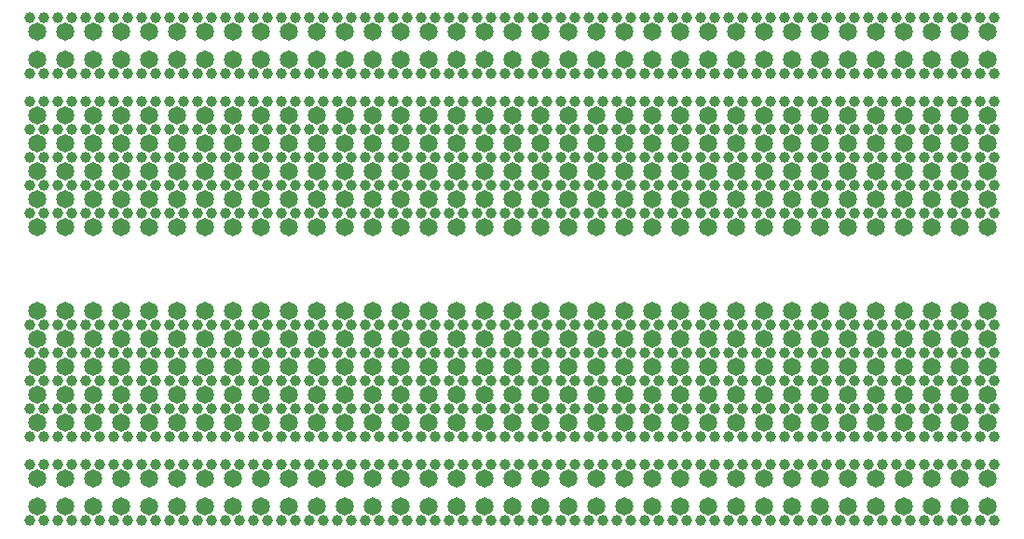
<source format=gtl>
%FSLAX34Y34*%
G04 Gerber Fmt 3.4, Leading zero omitted, Abs format*
G04 (created by PCBNEW (2014-06-03 BZR 4917)-product) date Thu 12 Jun 2014 02:46:08 AM CEST*
%MOIN*%
G01*
G70*
G90*
G04 APERTURE LIST*
%ADD10C,0.005906*%
%ADD11C,0.039370*%
%ADD12C,0.064961*%
G04 APERTURE END LIST*
G54D10*
G54D11*
X26500Y-32000D03*
X27000Y-32000D03*
X27500Y-32000D03*
X28000Y-32000D03*
X28500Y-32000D03*
X29000Y-32000D03*
X29500Y-32000D03*
X30000Y-32000D03*
G54D12*
X34750Y-38500D03*
X35750Y-38500D03*
X36750Y-38500D03*
X37750Y-38500D03*
X38750Y-38500D03*
X39750Y-38500D03*
X40750Y-38500D03*
X41750Y-38500D03*
X26750Y-38500D03*
X27750Y-38500D03*
X28750Y-38500D03*
X29750Y-38500D03*
X30750Y-38500D03*
X31750Y-38500D03*
X32750Y-38500D03*
X33750Y-38500D03*
X10750Y-40500D03*
X11750Y-40500D03*
X12750Y-40500D03*
X13750Y-40500D03*
X14750Y-40500D03*
X15750Y-40500D03*
X16750Y-40500D03*
X17750Y-40500D03*
X34750Y-31500D03*
X35750Y-31500D03*
X36750Y-31500D03*
X37750Y-31500D03*
X38750Y-31500D03*
X39750Y-31500D03*
X40750Y-31500D03*
X41750Y-31500D03*
X26750Y-30500D03*
X27750Y-30500D03*
X28750Y-30500D03*
X29750Y-30500D03*
X30750Y-30500D03*
X31750Y-30500D03*
X32750Y-30500D03*
X33750Y-30500D03*
X18750Y-30500D03*
X19750Y-30500D03*
X20750Y-30500D03*
X21750Y-30500D03*
X22750Y-30500D03*
X23750Y-30500D03*
X24750Y-30500D03*
X25750Y-30500D03*
X42750Y-32500D03*
X43750Y-32500D03*
X44750Y-32500D03*
X42750Y-31500D03*
X43750Y-31500D03*
X44750Y-31500D03*
X42750Y-30500D03*
X43750Y-30500D03*
X44750Y-30500D03*
X42750Y-29500D03*
X43750Y-29500D03*
X44750Y-29500D03*
X42750Y-27500D03*
X43750Y-27500D03*
X44750Y-27500D03*
X42750Y-26500D03*
X43750Y-26500D03*
X44750Y-26500D03*
X42750Y-33500D03*
X43750Y-33500D03*
X44750Y-33500D03*
X42750Y-40500D03*
X43750Y-40500D03*
X44750Y-40500D03*
X42750Y-39500D03*
X43750Y-39500D03*
X44750Y-39500D03*
X42750Y-38500D03*
X43750Y-38500D03*
X44750Y-38500D03*
X42750Y-37500D03*
X43750Y-37500D03*
X44750Y-37500D03*
X42750Y-36500D03*
X43750Y-36500D03*
X44750Y-36500D03*
X42750Y-43500D03*
X43750Y-43500D03*
X44750Y-43500D03*
X42750Y-42500D03*
X43750Y-42500D03*
X44750Y-42500D03*
G54D11*
X42500Y-26000D03*
X43000Y-26000D03*
X43500Y-26000D03*
X44000Y-26000D03*
X44500Y-26000D03*
X45000Y-26000D03*
X42500Y-28000D03*
X43000Y-28000D03*
X43500Y-28000D03*
X44000Y-28000D03*
X44500Y-28000D03*
X45000Y-28000D03*
X42500Y-29000D03*
X43000Y-29000D03*
X43500Y-29000D03*
X44000Y-29000D03*
X44500Y-29000D03*
X45000Y-29000D03*
X42500Y-30000D03*
X43000Y-30000D03*
X43500Y-30000D03*
X44000Y-30000D03*
X44500Y-30000D03*
X45000Y-30000D03*
X42500Y-31000D03*
X43000Y-31000D03*
X43500Y-31000D03*
X44000Y-31000D03*
X44500Y-31000D03*
X45000Y-31000D03*
X42500Y-32000D03*
X43000Y-32000D03*
X43500Y-32000D03*
X44000Y-32000D03*
X44500Y-32000D03*
X45000Y-32000D03*
X42500Y-33000D03*
X43000Y-33000D03*
X43500Y-33000D03*
X44000Y-33000D03*
X44500Y-33000D03*
X45000Y-33000D03*
X42500Y-44000D03*
X43000Y-44000D03*
X43500Y-44000D03*
X44000Y-44000D03*
X44500Y-44000D03*
X45000Y-44000D03*
X42500Y-42000D03*
X43000Y-42000D03*
X43500Y-42000D03*
X44000Y-42000D03*
X44500Y-42000D03*
X45000Y-42000D03*
X42500Y-41000D03*
X43000Y-41000D03*
X43500Y-41000D03*
X44000Y-41000D03*
X44500Y-41000D03*
X45000Y-41000D03*
X42500Y-40000D03*
X43000Y-40000D03*
X43500Y-40000D03*
X44000Y-40000D03*
X44500Y-40000D03*
X45000Y-40000D03*
X42500Y-39000D03*
X43000Y-39000D03*
X43500Y-39000D03*
X44000Y-39000D03*
X44500Y-39000D03*
X45000Y-39000D03*
X42500Y-38000D03*
X43000Y-38000D03*
X43500Y-38000D03*
X44000Y-38000D03*
X44500Y-38000D03*
X45000Y-38000D03*
X42500Y-37000D03*
X43000Y-37000D03*
X43500Y-37000D03*
X44000Y-37000D03*
X44500Y-37000D03*
X45000Y-37000D03*
X30500Y-29000D03*
X31000Y-29000D03*
X31500Y-29000D03*
X32000Y-29000D03*
X32500Y-29000D03*
X33000Y-29000D03*
X33500Y-29000D03*
X34000Y-29000D03*
G54D12*
X26750Y-33500D03*
X27750Y-33500D03*
X28750Y-33500D03*
X29750Y-33500D03*
X30750Y-33500D03*
X31750Y-33500D03*
X32750Y-33500D03*
X33750Y-33500D03*
X26750Y-29500D03*
X27750Y-29500D03*
X28750Y-29500D03*
X29750Y-29500D03*
X30750Y-29500D03*
X31750Y-29500D03*
X32750Y-29500D03*
X33750Y-29500D03*
X26750Y-31500D03*
X27750Y-31500D03*
X28750Y-31500D03*
X29750Y-31500D03*
X30750Y-31500D03*
X31750Y-31500D03*
X32750Y-31500D03*
X33750Y-31500D03*
X26750Y-32500D03*
X27750Y-32500D03*
X28750Y-32500D03*
X29750Y-32500D03*
X30750Y-32500D03*
X31750Y-32500D03*
X32750Y-32500D03*
X33750Y-32500D03*
X26750Y-36500D03*
X27750Y-36500D03*
X28750Y-36500D03*
X29750Y-36500D03*
X30750Y-36500D03*
X31750Y-36500D03*
X32750Y-36500D03*
X33750Y-36500D03*
X26750Y-40500D03*
X27750Y-40500D03*
X28750Y-40500D03*
X29750Y-40500D03*
X30750Y-40500D03*
X31750Y-40500D03*
X32750Y-40500D03*
X33750Y-40500D03*
X26750Y-39500D03*
X27750Y-39500D03*
X28750Y-39500D03*
X29750Y-39500D03*
X30750Y-39500D03*
X31750Y-39500D03*
X32750Y-39500D03*
X33750Y-39500D03*
X26750Y-37500D03*
X27750Y-37500D03*
X28750Y-37500D03*
X29750Y-37500D03*
X30750Y-37500D03*
X31750Y-37500D03*
X32750Y-37500D03*
X33750Y-37500D03*
G54D11*
X26500Y-29000D03*
X27000Y-29000D03*
X27500Y-29000D03*
X28000Y-29000D03*
X28500Y-29000D03*
X29000Y-29000D03*
X29500Y-29000D03*
X30000Y-29000D03*
X26500Y-30000D03*
X27000Y-30000D03*
X27500Y-30000D03*
X28000Y-30000D03*
X28500Y-30000D03*
X29000Y-30000D03*
X29500Y-30000D03*
X30000Y-30000D03*
X26500Y-31000D03*
X27000Y-31000D03*
X27500Y-31000D03*
X28000Y-31000D03*
X28500Y-31000D03*
X29000Y-31000D03*
X29500Y-31000D03*
X30000Y-31000D03*
X26500Y-33000D03*
X27000Y-33000D03*
X27500Y-33000D03*
X28000Y-33000D03*
X28500Y-33000D03*
X29000Y-33000D03*
X29500Y-33000D03*
X30000Y-33000D03*
X26500Y-37000D03*
X27000Y-37000D03*
X27500Y-37000D03*
X28000Y-37000D03*
X28500Y-37000D03*
X29000Y-37000D03*
X29500Y-37000D03*
X30000Y-37000D03*
X26500Y-38000D03*
X27000Y-38000D03*
X27500Y-38000D03*
X28000Y-38000D03*
X28500Y-38000D03*
X29000Y-38000D03*
X29500Y-38000D03*
X30000Y-38000D03*
X26500Y-39000D03*
X27000Y-39000D03*
X27500Y-39000D03*
X28000Y-39000D03*
X28500Y-39000D03*
X29000Y-39000D03*
X29500Y-39000D03*
X30000Y-39000D03*
X26500Y-40000D03*
X27000Y-40000D03*
X27500Y-40000D03*
X28000Y-40000D03*
X28500Y-40000D03*
X29000Y-40000D03*
X29500Y-40000D03*
X30000Y-40000D03*
X26500Y-41000D03*
X27000Y-41000D03*
X27500Y-41000D03*
X28000Y-41000D03*
X28500Y-41000D03*
X29000Y-41000D03*
X29500Y-41000D03*
X30000Y-41000D03*
X30500Y-30000D03*
X31000Y-30000D03*
X31500Y-30000D03*
X32000Y-30000D03*
X32500Y-30000D03*
X33000Y-30000D03*
X33500Y-30000D03*
X34000Y-30000D03*
X30500Y-31000D03*
X31000Y-31000D03*
X31500Y-31000D03*
X32000Y-31000D03*
X32500Y-31000D03*
X33000Y-31000D03*
X33500Y-31000D03*
X34000Y-31000D03*
X30500Y-32000D03*
X31000Y-32000D03*
X31500Y-32000D03*
X32000Y-32000D03*
X32500Y-32000D03*
X33000Y-32000D03*
X33500Y-32000D03*
X34000Y-32000D03*
X30500Y-33000D03*
X31000Y-33000D03*
X31500Y-33000D03*
X32000Y-33000D03*
X32500Y-33000D03*
X33000Y-33000D03*
X33500Y-33000D03*
X34000Y-33000D03*
X30500Y-41000D03*
X31000Y-41000D03*
X31500Y-41000D03*
X32000Y-41000D03*
X32500Y-41000D03*
X33000Y-41000D03*
X33500Y-41000D03*
X34000Y-41000D03*
X30500Y-40000D03*
X31000Y-40000D03*
X31500Y-40000D03*
X32000Y-40000D03*
X32500Y-40000D03*
X33000Y-40000D03*
X33500Y-40000D03*
X34000Y-40000D03*
X30500Y-39000D03*
X31000Y-39000D03*
X31500Y-39000D03*
X32000Y-39000D03*
X32500Y-39000D03*
X33000Y-39000D03*
X33500Y-39000D03*
X34000Y-39000D03*
X30500Y-38000D03*
X31000Y-38000D03*
X31500Y-38000D03*
X32000Y-38000D03*
X32500Y-38000D03*
X33000Y-38000D03*
X33500Y-38000D03*
X34000Y-38000D03*
X30500Y-37000D03*
X31000Y-37000D03*
X31500Y-37000D03*
X32000Y-37000D03*
X32500Y-37000D03*
X33000Y-37000D03*
X33500Y-37000D03*
X34000Y-37000D03*
X26500Y-42000D03*
X27000Y-42000D03*
X27500Y-42000D03*
X28000Y-42000D03*
X28500Y-42000D03*
X29000Y-42000D03*
X29500Y-42000D03*
X30000Y-42000D03*
X30500Y-42000D03*
X31000Y-42000D03*
X31500Y-42000D03*
X32000Y-42000D03*
X32500Y-42000D03*
X33000Y-42000D03*
X33500Y-42000D03*
X34000Y-42000D03*
G54D12*
X26750Y-42500D03*
X27750Y-42500D03*
X28750Y-42500D03*
X29750Y-42500D03*
X30750Y-42500D03*
X31750Y-42500D03*
X32750Y-42500D03*
X33750Y-42500D03*
X26750Y-43500D03*
X27750Y-43500D03*
X28750Y-43500D03*
X29750Y-43500D03*
X30750Y-43500D03*
X31750Y-43500D03*
X32750Y-43500D03*
X33750Y-43500D03*
G54D11*
X30500Y-44000D03*
X31000Y-44000D03*
X31500Y-44000D03*
X32000Y-44000D03*
X32500Y-44000D03*
X33000Y-44000D03*
X33500Y-44000D03*
X34000Y-44000D03*
X26500Y-44000D03*
X27000Y-44000D03*
X27500Y-44000D03*
X28000Y-44000D03*
X28500Y-44000D03*
X29000Y-44000D03*
X29500Y-44000D03*
X30000Y-44000D03*
X26500Y-28000D03*
X27000Y-28000D03*
X27500Y-28000D03*
X28000Y-28000D03*
X28500Y-28000D03*
X29000Y-28000D03*
X29500Y-28000D03*
X30000Y-28000D03*
X30500Y-28000D03*
X31000Y-28000D03*
X31500Y-28000D03*
X32000Y-28000D03*
X32500Y-28000D03*
X33000Y-28000D03*
X33500Y-28000D03*
X34000Y-28000D03*
G54D12*
X26750Y-27500D03*
X27750Y-27500D03*
X28750Y-27500D03*
X29750Y-27500D03*
X30750Y-27500D03*
X31750Y-27500D03*
X32750Y-27500D03*
X33750Y-27500D03*
X26750Y-26500D03*
X27750Y-26500D03*
X28750Y-26500D03*
X29750Y-26500D03*
X30750Y-26500D03*
X31750Y-26500D03*
X32750Y-26500D03*
X33750Y-26500D03*
G54D11*
X30500Y-26000D03*
X31000Y-26000D03*
X31500Y-26000D03*
X32000Y-26000D03*
X32500Y-26000D03*
X33000Y-26000D03*
X33500Y-26000D03*
X34000Y-26000D03*
X26500Y-26000D03*
X27000Y-26000D03*
X27500Y-26000D03*
X28000Y-26000D03*
X28500Y-26000D03*
X29000Y-26000D03*
X29500Y-26000D03*
X30000Y-26000D03*
X34500Y-26000D03*
X35000Y-26000D03*
X35500Y-26000D03*
X36000Y-26000D03*
X36500Y-26000D03*
X37000Y-26000D03*
X37500Y-26000D03*
X38000Y-26000D03*
X38500Y-26000D03*
X39000Y-26000D03*
X39500Y-26000D03*
X40000Y-26000D03*
X40500Y-26000D03*
X41000Y-26000D03*
X41500Y-26000D03*
X42000Y-26000D03*
G54D12*
X34750Y-26500D03*
X35750Y-26500D03*
X36750Y-26500D03*
X37750Y-26500D03*
X38750Y-26500D03*
X39750Y-26500D03*
X40750Y-26500D03*
X41750Y-26500D03*
X34750Y-27500D03*
X35750Y-27500D03*
X36750Y-27500D03*
X37750Y-27500D03*
X38750Y-27500D03*
X39750Y-27500D03*
X40750Y-27500D03*
X41750Y-27500D03*
G54D11*
X38500Y-28000D03*
X39000Y-28000D03*
X39500Y-28000D03*
X40000Y-28000D03*
X40500Y-28000D03*
X41000Y-28000D03*
X41500Y-28000D03*
X42000Y-28000D03*
X34500Y-28000D03*
X35000Y-28000D03*
X35500Y-28000D03*
X36000Y-28000D03*
X36500Y-28000D03*
X37000Y-28000D03*
X37500Y-28000D03*
X38000Y-28000D03*
X34500Y-44000D03*
X35000Y-44000D03*
X35500Y-44000D03*
X36000Y-44000D03*
X36500Y-44000D03*
X37000Y-44000D03*
X37500Y-44000D03*
X38000Y-44000D03*
X38500Y-44000D03*
X39000Y-44000D03*
X39500Y-44000D03*
X40000Y-44000D03*
X40500Y-44000D03*
X41000Y-44000D03*
X41500Y-44000D03*
X42000Y-44000D03*
G54D12*
X34750Y-43500D03*
X35750Y-43500D03*
X36750Y-43500D03*
X37750Y-43500D03*
X38750Y-43500D03*
X39750Y-43500D03*
X40750Y-43500D03*
X41750Y-43500D03*
X34750Y-42500D03*
X35750Y-42500D03*
X36750Y-42500D03*
X37750Y-42500D03*
X38750Y-42500D03*
X39750Y-42500D03*
X40750Y-42500D03*
X41750Y-42500D03*
G54D11*
X38500Y-42000D03*
X39000Y-42000D03*
X39500Y-42000D03*
X40000Y-42000D03*
X40500Y-42000D03*
X41000Y-42000D03*
X41500Y-42000D03*
X42000Y-42000D03*
X34500Y-42000D03*
X35000Y-42000D03*
X35500Y-42000D03*
X36000Y-42000D03*
X36500Y-42000D03*
X37000Y-42000D03*
X37500Y-42000D03*
X38000Y-42000D03*
X38500Y-37000D03*
X39000Y-37000D03*
X39500Y-37000D03*
X40000Y-37000D03*
X40500Y-37000D03*
X41000Y-37000D03*
X41500Y-37000D03*
X42000Y-37000D03*
X38500Y-38000D03*
X39000Y-38000D03*
X39500Y-38000D03*
X40000Y-38000D03*
X40500Y-38000D03*
X41000Y-38000D03*
X41500Y-38000D03*
X42000Y-38000D03*
X38500Y-39000D03*
X39000Y-39000D03*
X39500Y-39000D03*
X40000Y-39000D03*
X40500Y-39000D03*
X41000Y-39000D03*
X41500Y-39000D03*
X42000Y-39000D03*
X38500Y-40000D03*
X39000Y-40000D03*
X39500Y-40000D03*
X40000Y-40000D03*
X40500Y-40000D03*
X41000Y-40000D03*
X41500Y-40000D03*
X42000Y-40000D03*
X38500Y-41000D03*
X39000Y-41000D03*
X39500Y-41000D03*
X40000Y-41000D03*
X40500Y-41000D03*
X41000Y-41000D03*
X41500Y-41000D03*
X42000Y-41000D03*
X38500Y-33000D03*
X39000Y-33000D03*
X39500Y-33000D03*
X40000Y-33000D03*
X40500Y-33000D03*
X41000Y-33000D03*
X41500Y-33000D03*
X42000Y-33000D03*
X38500Y-32000D03*
X39000Y-32000D03*
X39500Y-32000D03*
X40000Y-32000D03*
X40500Y-32000D03*
X41000Y-32000D03*
X41500Y-32000D03*
X42000Y-32000D03*
X38500Y-31000D03*
X39000Y-31000D03*
X39500Y-31000D03*
X40000Y-31000D03*
X40500Y-31000D03*
X41000Y-31000D03*
X41500Y-31000D03*
X42000Y-31000D03*
X38500Y-30000D03*
X39000Y-30000D03*
X39500Y-30000D03*
X40000Y-30000D03*
X40500Y-30000D03*
X41000Y-30000D03*
X41500Y-30000D03*
X42000Y-30000D03*
X34500Y-41000D03*
X35000Y-41000D03*
X35500Y-41000D03*
X36000Y-41000D03*
X36500Y-41000D03*
X37000Y-41000D03*
X37500Y-41000D03*
X38000Y-41000D03*
X34500Y-40000D03*
X35000Y-40000D03*
X35500Y-40000D03*
X36000Y-40000D03*
X36500Y-40000D03*
X37000Y-40000D03*
X37500Y-40000D03*
X38000Y-40000D03*
X34500Y-39000D03*
X35000Y-39000D03*
X35500Y-39000D03*
X36000Y-39000D03*
X36500Y-39000D03*
X37000Y-39000D03*
X37500Y-39000D03*
X38000Y-39000D03*
X34500Y-38000D03*
X35000Y-38000D03*
X35500Y-38000D03*
X36000Y-38000D03*
X36500Y-38000D03*
X37000Y-38000D03*
X37500Y-38000D03*
X38000Y-38000D03*
X34500Y-37000D03*
X35000Y-37000D03*
X35500Y-37000D03*
X36000Y-37000D03*
X36500Y-37000D03*
X37000Y-37000D03*
X37500Y-37000D03*
X38000Y-37000D03*
X34500Y-33000D03*
X35000Y-33000D03*
X35500Y-33000D03*
X36000Y-33000D03*
X36500Y-33000D03*
X37000Y-33000D03*
X37500Y-33000D03*
X38000Y-33000D03*
X34500Y-32000D03*
X35000Y-32000D03*
X35500Y-32000D03*
X36000Y-32000D03*
X36500Y-32000D03*
X37000Y-32000D03*
X37500Y-32000D03*
X38000Y-32000D03*
X34500Y-31000D03*
X35000Y-31000D03*
X35500Y-31000D03*
X36000Y-31000D03*
X36500Y-31000D03*
X37000Y-31000D03*
X37500Y-31000D03*
X38000Y-31000D03*
X34500Y-30000D03*
X35000Y-30000D03*
X35500Y-30000D03*
X36000Y-30000D03*
X36500Y-30000D03*
X37000Y-30000D03*
X37500Y-30000D03*
X38000Y-30000D03*
X34500Y-29000D03*
X35000Y-29000D03*
X35500Y-29000D03*
X36000Y-29000D03*
X36500Y-29000D03*
X37000Y-29000D03*
X37500Y-29000D03*
X38000Y-29000D03*
G54D12*
X34750Y-37500D03*
X35750Y-37500D03*
X36750Y-37500D03*
X37750Y-37500D03*
X38750Y-37500D03*
X39750Y-37500D03*
X40750Y-37500D03*
X41750Y-37500D03*
X34750Y-39500D03*
X35750Y-39500D03*
X36750Y-39500D03*
X37750Y-39500D03*
X38750Y-39500D03*
X39750Y-39500D03*
X40750Y-39500D03*
X41750Y-39500D03*
X34750Y-40500D03*
X35750Y-40500D03*
X36750Y-40500D03*
X37750Y-40500D03*
X38750Y-40500D03*
X39750Y-40500D03*
X40750Y-40500D03*
X41750Y-40500D03*
X34750Y-36500D03*
X35750Y-36500D03*
X36750Y-36500D03*
X37750Y-36500D03*
X38750Y-36500D03*
X39750Y-36500D03*
X40750Y-36500D03*
X41750Y-36500D03*
X34750Y-32500D03*
X35750Y-32500D03*
X36750Y-32500D03*
X37750Y-32500D03*
X38750Y-32500D03*
X39750Y-32500D03*
X40750Y-32500D03*
X41750Y-32500D03*
X34750Y-30500D03*
X35750Y-30500D03*
X36750Y-30500D03*
X37750Y-30500D03*
X38750Y-30500D03*
X39750Y-30500D03*
X40750Y-30500D03*
X41750Y-30500D03*
X34750Y-29500D03*
X35750Y-29500D03*
X36750Y-29500D03*
X37750Y-29500D03*
X38750Y-29500D03*
X39750Y-29500D03*
X40750Y-29500D03*
X41750Y-29500D03*
X34750Y-33500D03*
X35750Y-33500D03*
X36750Y-33500D03*
X37750Y-33500D03*
X38750Y-33500D03*
X39750Y-33500D03*
X40750Y-33500D03*
X41750Y-33500D03*
G54D11*
X38500Y-29000D03*
X39000Y-29000D03*
X39500Y-29000D03*
X40000Y-29000D03*
X40500Y-29000D03*
X41000Y-29000D03*
X41500Y-29000D03*
X42000Y-29000D03*
X22500Y-29000D03*
X23000Y-29000D03*
X23500Y-29000D03*
X24000Y-29000D03*
X24500Y-29000D03*
X25000Y-29000D03*
X25500Y-29000D03*
X26000Y-29000D03*
G54D12*
X18750Y-33500D03*
X19750Y-33500D03*
X20750Y-33500D03*
X21750Y-33500D03*
X22750Y-33500D03*
X23750Y-33500D03*
X24750Y-33500D03*
X25750Y-33500D03*
X18750Y-29500D03*
X19750Y-29500D03*
X20750Y-29500D03*
X21750Y-29500D03*
X22750Y-29500D03*
X23750Y-29500D03*
X24750Y-29500D03*
X25750Y-29500D03*
X18750Y-31500D03*
X19750Y-31500D03*
X20750Y-31500D03*
X21750Y-31500D03*
X22750Y-31500D03*
X23750Y-31500D03*
X24750Y-31500D03*
X25750Y-31500D03*
X18750Y-32500D03*
X19750Y-32500D03*
X20750Y-32500D03*
X21750Y-32500D03*
X22750Y-32500D03*
X23750Y-32500D03*
X24750Y-32500D03*
X25750Y-32500D03*
X18750Y-36500D03*
X19750Y-36500D03*
X20750Y-36500D03*
X21750Y-36500D03*
X22750Y-36500D03*
X23750Y-36500D03*
X24750Y-36500D03*
X25750Y-36500D03*
X18750Y-40500D03*
X19750Y-40500D03*
X20750Y-40500D03*
X21750Y-40500D03*
X22750Y-40500D03*
X23750Y-40500D03*
X24750Y-40500D03*
X25750Y-40500D03*
X18750Y-39500D03*
X19750Y-39500D03*
X20750Y-39500D03*
X21750Y-39500D03*
X22750Y-39500D03*
X23750Y-39500D03*
X24750Y-39500D03*
X25750Y-39500D03*
X18750Y-38500D03*
X19750Y-38500D03*
X20750Y-38500D03*
X21750Y-38500D03*
X22750Y-38500D03*
X23750Y-38500D03*
X24750Y-38500D03*
X25750Y-38500D03*
X18750Y-37500D03*
X19750Y-37500D03*
X20750Y-37500D03*
X21750Y-37500D03*
X22750Y-37500D03*
X23750Y-37500D03*
X24750Y-37500D03*
X25750Y-37500D03*
G54D11*
X18500Y-29000D03*
X19000Y-29000D03*
X19500Y-29000D03*
X20000Y-29000D03*
X20500Y-29000D03*
X21000Y-29000D03*
X21500Y-29000D03*
X22000Y-29000D03*
X18500Y-30000D03*
X19000Y-30000D03*
X19500Y-30000D03*
X20000Y-30000D03*
X20500Y-30000D03*
X21000Y-30000D03*
X21500Y-30000D03*
X22000Y-30000D03*
X18500Y-31000D03*
X19000Y-31000D03*
X19500Y-31000D03*
X20000Y-31000D03*
X20500Y-31000D03*
X21000Y-31000D03*
X21500Y-31000D03*
X22000Y-31000D03*
X18500Y-32000D03*
X19000Y-32000D03*
X19500Y-32000D03*
X20000Y-32000D03*
X20500Y-32000D03*
X21000Y-32000D03*
X21500Y-32000D03*
X22000Y-32000D03*
X18500Y-33000D03*
X19000Y-33000D03*
X19500Y-33000D03*
X20000Y-33000D03*
X20500Y-33000D03*
X21000Y-33000D03*
X21500Y-33000D03*
X22000Y-33000D03*
X18500Y-37000D03*
X19000Y-37000D03*
X19500Y-37000D03*
X20000Y-37000D03*
X20500Y-37000D03*
X21000Y-37000D03*
X21500Y-37000D03*
X22000Y-37000D03*
X18500Y-38000D03*
X19000Y-38000D03*
X19500Y-38000D03*
X20000Y-38000D03*
X20500Y-38000D03*
X21000Y-38000D03*
X21500Y-38000D03*
X22000Y-38000D03*
X18500Y-39000D03*
X19000Y-39000D03*
X19500Y-39000D03*
X20000Y-39000D03*
X20500Y-39000D03*
X21000Y-39000D03*
X21500Y-39000D03*
X22000Y-39000D03*
X18500Y-40000D03*
X19000Y-40000D03*
X19500Y-40000D03*
X20000Y-40000D03*
X20500Y-40000D03*
X21000Y-40000D03*
X21500Y-40000D03*
X22000Y-40000D03*
X18500Y-41000D03*
X19000Y-41000D03*
X19500Y-41000D03*
X20000Y-41000D03*
X20500Y-41000D03*
X21000Y-41000D03*
X21500Y-41000D03*
X22000Y-41000D03*
X22500Y-30000D03*
X23000Y-30000D03*
X23500Y-30000D03*
X24000Y-30000D03*
X24500Y-30000D03*
X25000Y-30000D03*
X25500Y-30000D03*
X26000Y-30000D03*
X22500Y-31000D03*
X23000Y-31000D03*
X23500Y-31000D03*
X24000Y-31000D03*
X24500Y-31000D03*
X25000Y-31000D03*
X25500Y-31000D03*
X26000Y-31000D03*
X22500Y-32000D03*
X23000Y-32000D03*
X23500Y-32000D03*
X24000Y-32000D03*
X24500Y-32000D03*
X25000Y-32000D03*
X25500Y-32000D03*
X26000Y-32000D03*
X22500Y-33000D03*
X23000Y-33000D03*
X23500Y-33000D03*
X24000Y-33000D03*
X24500Y-33000D03*
X25000Y-33000D03*
X25500Y-33000D03*
X26000Y-33000D03*
X22500Y-41000D03*
X23000Y-41000D03*
X23500Y-41000D03*
X24000Y-41000D03*
X24500Y-41000D03*
X25000Y-41000D03*
X25500Y-41000D03*
X26000Y-41000D03*
X22500Y-40000D03*
X23000Y-40000D03*
X23500Y-40000D03*
X24000Y-40000D03*
X24500Y-40000D03*
X25000Y-40000D03*
X25500Y-40000D03*
X26000Y-40000D03*
X22500Y-39000D03*
X23000Y-39000D03*
X23500Y-39000D03*
X24000Y-39000D03*
X24500Y-39000D03*
X25000Y-39000D03*
X25500Y-39000D03*
X26000Y-39000D03*
X22500Y-38000D03*
X23000Y-38000D03*
X23500Y-38000D03*
X24000Y-38000D03*
X24500Y-38000D03*
X25000Y-38000D03*
X25500Y-38000D03*
X26000Y-38000D03*
X22500Y-37000D03*
X23000Y-37000D03*
X23500Y-37000D03*
X24000Y-37000D03*
X24500Y-37000D03*
X25000Y-37000D03*
X25500Y-37000D03*
X26000Y-37000D03*
X18500Y-42000D03*
X19000Y-42000D03*
X19500Y-42000D03*
X20000Y-42000D03*
X20500Y-42000D03*
X21000Y-42000D03*
X21500Y-42000D03*
X22000Y-42000D03*
X22500Y-42000D03*
X23000Y-42000D03*
X23500Y-42000D03*
X24000Y-42000D03*
X24500Y-42000D03*
X25000Y-42000D03*
X25500Y-42000D03*
X26000Y-42000D03*
G54D12*
X18750Y-42500D03*
X19750Y-42500D03*
X20750Y-42500D03*
X21750Y-42500D03*
X22750Y-42500D03*
X23750Y-42500D03*
X24750Y-42500D03*
X25750Y-42500D03*
X18750Y-43500D03*
X19750Y-43500D03*
X20750Y-43500D03*
X21750Y-43500D03*
X22750Y-43500D03*
X23750Y-43500D03*
X24750Y-43500D03*
X25750Y-43500D03*
G54D11*
X22500Y-44000D03*
X23000Y-44000D03*
X23500Y-44000D03*
X24000Y-44000D03*
X24500Y-44000D03*
X25000Y-44000D03*
X25500Y-44000D03*
X26000Y-44000D03*
X18500Y-44000D03*
X19000Y-44000D03*
X19500Y-44000D03*
X20000Y-44000D03*
X20500Y-44000D03*
X21000Y-44000D03*
X21500Y-44000D03*
X22000Y-44000D03*
X18500Y-28000D03*
X19000Y-28000D03*
X19500Y-28000D03*
X20000Y-28000D03*
X20500Y-28000D03*
X21000Y-28000D03*
X21500Y-28000D03*
X22000Y-28000D03*
X22500Y-28000D03*
X23000Y-28000D03*
X23500Y-28000D03*
X24000Y-28000D03*
X24500Y-28000D03*
X25000Y-28000D03*
X25500Y-28000D03*
X26000Y-28000D03*
G54D12*
X18750Y-27500D03*
X19750Y-27500D03*
X20750Y-27500D03*
X21750Y-27500D03*
X22750Y-27500D03*
X23750Y-27500D03*
X24750Y-27500D03*
X25750Y-27500D03*
X18750Y-26500D03*
X19750Y-26500D03*
X20750Y-26500D03*
X21750Y-26500D03*
X22750Y-26500D03*
X23750Y-26500D03*
X24750Y-26500D03*
X25750Y-26500D03*
G54D11*
X22500Y-26000D03*
X23000Y-26000D03*
X23500Y-26000D03*
X24000Y-26000D03*
X24500Y-26000D03*
X25000Y-26000D03*
X25500Y-26000D03*
X26000Y-26000D03*
X18500Y-26000D03*
X19000Y-26000D03*
X19500Y-26000D03*
X20000Y-26000D03*
X20500Y-26000D03*
X21000Y-26000D03*
X21500Y-26000D03*
X22000Y-26000D03*
X10500Y-26000D03*
X11000Y-26000D03*
X11500Y-26000D03*
X12000Y-26000D03*
X12500Y-26000D03*
X13000Y-26000D03*
X13500Y-26000D03*
X14000Y-26000D03*
X14500Y-26000D03*
X15000Y-26000D03*
X15500Y-26000D03*
X16000Y-26000D03*
X16500Y-26000D03*
X17000Y-26000D03*
X17500Y-26000D03*
X18000Y-26000D03*
G54D12*
X10750Y-26500D03*
X11750Y-26500D03*
X12750Y-26500D03*
X13750Y-26500D03*
X14750Y-26500D03*
X15750Y-26500D03*
X16750Y-26500D03*
X17750Y-26500D03*
X10750Y-27500D03*
X11750Y-27500D03*
X12750Y-27500D03*
X13750Y-27500D03*
X14750Y-27500D03*
X15750Y-27500D03*
X16750Y-27500D03*
X17750Y-27500D03*
G54D11*
X14500Y-28000D03*
X15000Y-28000D03*
X15500Y-28000D03*
X16000Y-28000D03*
X16500Y-28000D03*
X17000Y-28000D03*
X17500Y-28000D03*
X18000Y-28000D03*
X10500Y-28000D03*
X11000Y-28000D03*
X11500Y-28000D03*
X12000Y-28000D03*
X12500Y-28000D03*
X13000Y-28000D03*
X13500Y-28000D03*
X14000Y-28000D03*
X10500Y-44000D03*
X11000Y-44000D03*
X11500Y-44000D03*
X12000Y-44000D03*
X12500Y-44000D03*
X13000Y-44000D03*
X13500Y-44000D03*
X14000Y-44000D03*
X14500Y-44000D03*
X15000Y-44000D03*
X15500Y-44000D03*
X16000Y-44000D03*
X16500Y-44000D03*
X17000Y-44000D03*
X17500Y-44000D03*
X18000Y-44000D03*
G54D12*
X10750Y-43500D03*
X11750Y-43500D03*
X12750Y-43500D03*
X13750Y-43500D03*
X14750Y-43500D03*
X15750Y-43500D03*
X16750Y-43500D03*
X17750Y-43500D03*
X10750Y-42500D03*
X11750Y-42500D03*
X12750Y-42500D03*
X13750Y-42500D03*
X14750Y-42500D03*
X15750Y-42500D03*
X16750Y-42500D03*
X17750Y-42500D03*
G54D11*
X14500Y-42000D03*
X15000Y-42000D03*
X15500Y-42000D03*
X16000Y-42000D03*
X16500Y-42000D03*
X17000Y-42000D03*
X17500Y-42000D03*
X18000Y-42000D03*
X10500Y-42000D03*
X11000Y-42000D03*
X11500Y-42000D03*
X12000Y-42000D03*
X12500Y-42000D03*
X13000Y-42000D03*
X13500Y-42000D03*
X14000Y-42000D03*
X14500Y-37000D03*
X15000Y-37000D03*
X15500Y-37000D03*
X16000Y-37000D03*
X16500Y-37000D03*
X17000Y-37000D03*
X17500Y-37000D03*
X18000Y-37000D03*
X14500Y-38000D03*
X15000Y-38000D03*
X15500Y-38000D03*
X16000Y-38000D03*
X16500Y-38000D03*
X17000Y-38000D03*
X17500Y-38000D03*
X18000Y-38000D03*
X14500Y-39000D03*
X15000Y-39000D03*
X15500Y-39000D03*
X16000Y-39000D03*
X16500Y-39000D03*
X17000Y-39000D03*
X17500Y-39000D03*
X18000Y-39000D03*
X14500Y-40000D03*
X15000Y-40000D03*
X15500Y-40000D03*
X16000Y-40000D03*
X16500Y-40000D03*
X17000Y-40000D03*
X17500Y-40000D03*
X18000Y-40000D03*
X14500Y-41000D03*
X15000Y-41000D03*
X15500Y-41000D03*
X16000Y-41000D03*
X16500Y-41000D03*
X17000Y-41000D03*
X17500Y-41000D03*
X18000Y-41000D03*
X14500Y-33000D03*
X15000Y-33000D03*
X15500Y-33000D03*
X16000Y-33000D03*
X16500Y-33000D03*
X17000Y-33000D03*
X17500Y-33000D03*
X18000Y-33000D03*
X14500Y-32000D03*
X15000Y-32000D03*
X15500Y-32000D03*
X16000Y-32000D03*
X16500Y-32000D03*
X17000Y-32000D03*
X17500Y-32000D03*
X18000Y-32000D03*
X14500Y-31000D03*
X15000Y-31000D03*
X15500Y-31000D03*
X16000Y-31000D03*
X16500Y-31000D03*
X17000Y-31000D03*
X17500Y-31000D03*
X18000Y-31000D03*
X14500Y-30000D03*
X15000Y-30000D03*
X15500Y-30000D03*
X16000Y-30000D03*
X16500Y-30000D03*
X17000Y-30000D03*
X17500Y-30000D03*
X18000Y-30000D03*
X10500Y-41000D03*
X11000Y-41000D03*
X11500Y-41000D03*
X12000Y-41000D03*
X12500Y-41000D03*
X13000Y-41000D03*
X13500Y-41000D03*
X14000Y-41000D03*
X10500Y-40000D03*
X11000Y-40000D03*
X11500Y-40000D03*
X12000Y-40000D03*
X12500Y-40000D03*
X13000Y-40000D03*
X13500Y-40000D03*
X14000Y-40000D03*
X10500Y-39000D03*
X11000Y-39000D03*
X11500Y-39000D03*
X12000Y-39000D03*
X12500Y-39000D03*
X13000Y-39000D03*
X13500Y-39000D03*
X14000Y-39000D03*
X10500Y-38000D03*
X11000Y-38000D03*
X11500Y-38000D03*
X12000Y-38000D03*
X12500Y-38000D03*
X13000Y-38000D03*
X13500Y-38000D03*
X14000Y-38000D03*
X10500Y-37000D03*
X11000Y-37000D03*
X11500Y-37000D03*
X12000Y-37000D03*
X12500Y-37000D03*
X13000Y-37000D03*
X13500Y-37000D03*
X14000Y-37000D03*
X10500Y-33000D03*
X11000Y-33000D03*
X11500Y-33000D03*
X12000Y-33000D03*
X12500Y-33000D03*
X13000Y-33000D03*
X13500Y-33000D03*
X14000Y-33000D03*
X10500Y-32000D03*
X11000Y-32000D03*
X11500Y-32000D03*
X12000Y-32000D03*
X12500Y-32000D03*
X13000Y-32000D03*
X13500Y-32000D03*
X14000Y-32000D03*
X10500Y-31000D03*
X11000Y-31000D03*
X11500Y-31000D03*
X12000Y-31000D03*
X12500Y-31000D03*
X13000Y-31000D03*
X13500Y-31000D03*
X14000Y-31000D03*
X10500Y-30000D03*
X11000Y-30000D03*
X11500Y-30000D03*
X12000Y-30000D03*
X12500Y-30000D03*
X13000Y-30000D03*
X13500Y-30000D03*
X14000Y-30000D03*
X10500Y-29000D03*
X11000Y-29000D03*
X11500Y-29000D03*
X12000Y-29000D03*
X12500Y-29000D03*
X13000Y-29000D03*
X13500Y-29000D03*
X14000Y-29000D03*
G54D12*
X10750Y-37500D03*
X11750Y-37500D03*
X12750Y-37500D03*
X13750Y-37500D03*
X14750Y-37500D03*
X15750Y-37500D03*
X16750Y-37500D03*
X17750Y-37500D03*
X10750Y-38500D03*
X11750Y-38500D03*
X12750Y-38500D03*
X13750Y-38500D03*
X14750Y-38500D03*
X15750Y-38500D03*
X16750Y-38500D03*
X17750Y-38500D03*
X10750Y-39500D03*
X11750Y-39500D03*
X12750Y-39500D03*
X13750Y-39500D03*
X14750Y-39500D03*
X15750Y-39500D03*
X16750Y-39500D03*
X17750Y-39500D03*
X10750Y-36500D03*
X11750Y-36500D03*
X12750Y-36500D03*
X13750Y-36500D03*
X14750Y-36500D03*
X15750Y-36500D03*
X16750Y-36500D03*
X17750Y-36500D03*
X10750Y-32500D03*
X11750Y-32500D03*
X12750Y-32500D03*
X13750Y-32500D03*
X14750Y-32500D03*
X15750Y-32500D03*
X16750Y-32500D03*
X17750Y-32500D03*
X10750Y-31500D03*
X11750Y-31500D03*
X12750Y-31500D03*
X13750Y-31500D03*
X14750Y-31500D03*
X15750Y-31500D03*
X16750Y-31500D03*
X17750Y-31500D03*
X10750Y-30500D03*
X11750Y-30500D03*
X12750Y-30500D03*
X13750Y-30500D03*
X14750Y-30500D03*
X15750Y-30500D03*
X16750Y-30500D03*
X17750Y-30500D03*
X10750Y-29500D03*
X11750Y-29500D03*
X12750Y-29500D03*
X13750Y-29500D03*
X14750Y-29500D03*
X15750Y-29500D03*
X16750Y-29500D03*
X17750Y-29500D03*
X10750Y-33500D03*
X11750Y-33500D03*
X12750Y-33500D03*
X13750Y-33500D03*
X14750Y-33500D03*
X15750Y-33500D03*
X16750Y-33500D03*
X17750Y-33500D03*
G54D11*
X14500Y-29000D03*
X15000Y-29000D03*
X15500Y-29000D03*
X16000Y-29000D03*
X16500Y-29000D03*
X17000Y-29000D03*
X17500Y-29000D03*
X18000Y-29000D03*
M02*

</source>
